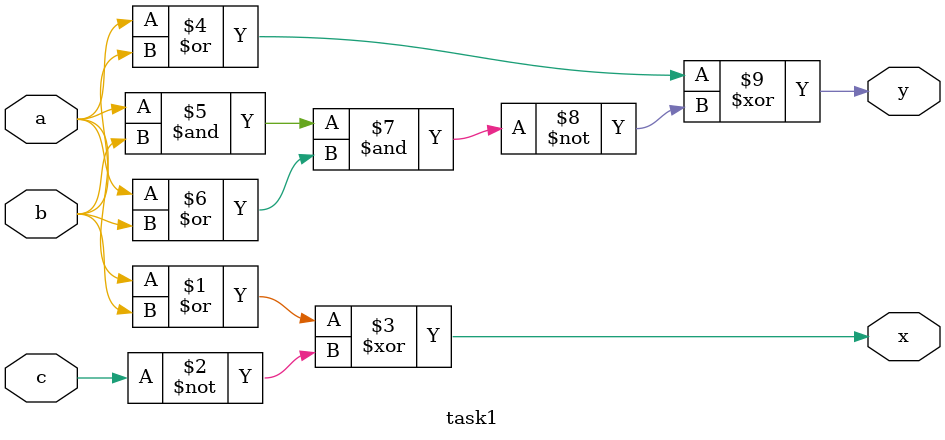
<source format=sv>
`timescale 1ns / 1ps


module task1(output logic x,y,
input logic a,b,c
);
assign x = (a|b)^ ~c;
assign y = (a|b)^ ~((a&b) & (a|b));

endmodule

</source>
